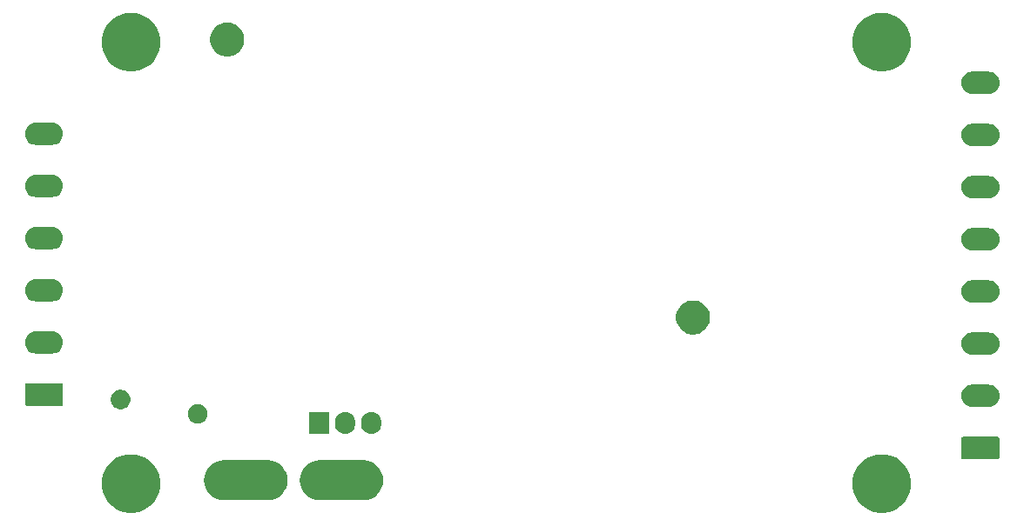
<source format=gbr>
G04 #@! TF.GenerationSoftware,KiCad,Pcbnew,5.1.6-c6e7f7d~86~ubuntu18.04.1*
G04 #@! TF.CreationDate,2020-07-04T00:52:20+02:00*
G04 #@! TF.ProjectId,PeakHoldPWMDriver,5065616b-486f-46c6-9450-574d44726976,rev?*
G04 #@! TF.SameCoordinates,Original*
G04 #@! TF.FileFunction,Soldermask,Bot*
G04 #@! TF.FilePolarity,Negative*
%FSLAX46Y46*%
G04 Gerber Fmt 4.6, Leading zero omitted, Abs format (unit mm)*
G04 Created by KiCad (PCBNEW 5.1.6-c6e7f7d~86~ubuntu18.04.1) date 2020-07-04 00:52:20*
%MOMM*%
%LPD*%
G01*
G04 APERTURE LIST*
%ADD10C,0.100000*%
G04 APERTURE END LIST*
D10*
G36*
X125778202Y-109799781D02*
G01*
X126053606Y-109854562D01*
X126572455Y-110069476D01*
X127039407Y-110381484D01*
X127436516Y-110778593D01*
X127748524Y-111245545D01*
X127963438Y-111764394D01*
X128073000Y-112315201D01*
X128073000Y-112876799D01*
X127963438Y-113427606D01*
X127748524Y-113946455D01*
X127436516Y-114413407D01*
X127039407Y-114810516D01*
X126572455Y-115122524D01*
X126053606Y-115337438D01*
X125778202Y-115392219D01*
X125502800Y-115447000D01*
X124941200Y-115447000D01*
X124665798Y-115392219D01*
X124390394Y-115337438D01*
X123871545Y-115122524D01*
X123404593Y-114810516D01*
X123007484Y-114413407D01*
X122695476Y-113946455D01*
X122480562Y-113427606D01*
X122371000Y-112876799D01*
X122371000Y-112315201D01*
X122480562Y-111764394D01*
X122695476Y-111245545D01*
X123007484Y-110778593D01*
X123404593Y-110381484D01*
X123871545Y-110069476D01*
X124390394Y-109854562D01*
X124665798Y-109799781D01*
X124941200Y-109745000D01*
X125502800Y-109745000D01*
X125778202Y-109799781D01*
G37*
G36*
X198778202Y-109799781D02*
G01*
X199053606Y-109854562D01*
X199572455Y-110069476D01*
X200039407Y-110381484D01*
X200436516Y-110778593D01*
X200748524Y-111245545D01*
X200963438Y-111764394D01*
X201073000Y-112315201D01*
X201073000Y-112876799D01*
X200963438Y-113427606D01*
X200748524Y-113946455D01*
X200436516Y-114413407D01*
X200039407Y-114810516D01*
X199572455Y-115122524D01*
X199053606Y-115337438D01*
X198778202Y-115392219D01*
X198502800Y-115447000D01*
X197941200Y-115447000D01*
X197665798Y-115392219D01*
X197390394Y-115337438D01*
X196871545Y-115122524D01*
X196404593Y-114810516D01*
X196007484Y-114413407D01*
X195695476Y-113946455D01*
X195480562Y-113427606D01*
X195371000Y-112876799D01*
X195371000Y-112315201D01*
X195480562Y-111764394D01*
X195695476Y-111245545D01*
X196007484Y-110778593D01*
X196404593Y-110381484D01*
X196871545Y-110069476D01*
X197390394Y-109854562D01*
X197665798Y-109799781D01*
X197941200Y-109745000D01*
X198502800Y-109745000D01*
X198778202Y-109799781D01*
G37*
G36*
X138880463Y-110345229D02*
G01*
X139248228Y-110456790D01*
X139587162Y-110637954D01*
X139884240Y-110881760D01*
X140128046Y-111178838D01*
X140309210Y-111517772D01*
X140420771Y-111885537D01*
X140458440Y-112268000D01*
X140420771Y-112650463D01*
X140309210Y-113018228D01*
X140128046Y-113357162D01*
X139884240Y-113654240D01*
X139587162Y-113898046D01*
X139248228Y-114079210D01*
X138880463Y-114190771D01*
X138593847Y-114219000D01*
X134202153Y-114219000D01*
X133915537Y-114190771D01*
X133547772Y-114079210D01*
X133208838Y-113898046D01*
X132911760Y-113654240D01*
X132667954Y-113357162D01*
X132486790Y-113018228D01*
X132375229Y-112650463D01*
X132337560Y-112268000D01*
X132375229Y-111885537D01*
X132486790Y-111517772D01*
X132667954Y-111178838D01*
X132911760Y-110881760D01*
X133208838Y-110637954D01*
X133547772Y-110456790D01*
X133915537Y-110345229D01*
X134202153Y-110317000D01*
X138593847Y-110317000D01*
X138880463Y-110345229D01*
G37*
G36*
X148180463Y-110345229D02*
G01*
X148548228Y-110456790D01*
X148887162Y-110637954D01*
X149184240Y-110881760D01*
X149428046Y-111178838D01*
X149609210Y-111517772D01*
X149720771Y-111885537D01*
X149758440Y-112268000D01*
X149720771Y-112650463D01*
X149609210Y-113018228D01*
X149428046Y-113357162D01*
X149184240Y-113654240D01*
X148887162Y-113898046D01*
X148548228Y-114079210D01*
X148180463Y-114190771D01*
X147893847Y-114219000D01*
X143502153Y-114219000D01*
X143215537Y-114190771D01*
X142847772Y-114079210D01*
X142508838Y-113898046D01*
X142211760Y-113654240D01*
X141967954Y-113357162D01*
X141786790Y-113018228D01*
X141675229Y-112650463D01*
X141637560Y-112268000D01*
X141675229Y-111885537D01*
X141786790Y-111517772D01*
X141967954Y-111178838D01*
X142211760Y-110881760D01*
X142508838Y-110637954D01*
X142847772Y-110456790D01*
X143215537Y-110345229D01*
X143502153Y-110317000D01*
X147893847Y-110317000D01*
X148180463Y-110345229D01*
G37*
G36*
X209534217Y-108030808D02*
G01*
X209565489Y-108040294D01*
X209594308Y-108055698D01*
X209619570Y-108076430D01*
X209640302Y-108101692D01*
X209655706Y-108130511D01*
X209665192Y-108161783D01*
X209669000Y-108200448D01*
X209669000Y-110035552D01*
X209665192Y-110074217D01*
X209655706Y-110105489D01*
X209640302Y-110134308D01*
X209619570Y-110159570D01*
X209594308Y-110180302D01*
X209565489Y-110195706D01*
X209534217Y-110205192D01*
X209495552Y-110209000D01*
X206140448Y-110209000D01*
X206101783Y-110205192D01*
X206070511Y-110195706D01*
X206041692Y-110180302D01*
X206016430Y-110159570D01*
X205995698Y-110134308D01*
X205980294Y-110105489D01*
X205970808Y-110074217D01*
X205967000Y-110035552D01*
X205967000Y-108200448D01*
X205970808Y-108161783D01*
X205980294Y-108130511D01*
X205995698Y-108101692D01*
X206016430Y-108076430D01*
X206041692Y-108055698D01*
X206070511Y-108040294D01*
X206101783Y-108030808D01*
X206140448Y-108027000D01*
X209495552Y-108027000D01*
X209534217Y-108030808D01*
G37*
G36*
X146246719Y-105643520D02*
G01*
X146434014Y-105700335D01*
X146435883Y-105700902D01*
X146528333Y-105750318D01*
X146610212Y-105794083D01*
X146763015Y-105919485D01*
X146888417Y-106072288D01*
X146981599Y-106246619D01*
X147038980Y-106435780D01*
X147053500Y-106583206D01*
X147053500Y-106776793D01*
X147038980Y-106924219D01*
X146981599Y-107113380D01*
X146981598Y-107113383D01*
X146932182Y-107205833D01*
X146888417Y-107287712D01*
X146763015Y-107440515D01*
X146610212Y-107565917D01*
X146435881Y-107659099D01*
X146246720Y-107716480D01*
X146050000Y-107735855D01*
X145853281Y-107716480D01*
X145664120Y-107659099D01*
X145489788Y-107565917D01*
X145336985Y-107440515D01*
X145211583Y-107287712D01*
X145118401Y-107113381D01*
X145061020Y-106924220D01*
X145046500Y-106776794D01*
X145046500Y-106583207D01*
X145061020Y-106435781D01*
X145118401Y-106246620D01*
X145118402Y-106246617D01*
X145167818Y-106154167D01*
X145211583Y-106072288D01*
X145336985Y-105919485D01*
X145489788Y-105794083D01*
X145664119Y-105700901D01*
X145853280Y-105643520D01*
X146050000Y-105624145D01*
X146246719Y-105643520D01*
G37*
G36*
X148786719Y-105643520D02*
G01*
X148974014Y-105700335D01*
X148975883Y-105700902D01*
X149068333Y-105750318D01*
X149150212Y-105794083D01*
X149303015Y-105919485D01*
X149428417Y-106072288D01*
X149521599Y-106246619D01*
X149578980Y-106435780D01*
X149593500Y-106583206D01*
X149593500Y-106776793D01*
X149578980Y-106924219D01*
X149521599Y-107113380D01*
X149521598Y-107113383D01*
X149472182Y-107205833D01*
X149428417Y-107287712D01*
X149303015Y-107440515D01*
X149150212Y-107565917D01*
X148975881Y-107659099D01*
X148786720Y-107716480D01*
X148590000Y-107735855D01*
X148393281Y-107716480D01*
X148204120Y-107659099D01*
X148029788Y-107565917D01*
X147876985Y-107440515D01*
X147751583Y-107287712D01*
X147658401Y-107113381D01*
X147601020Y-106924220D01*
X147586500Y-106776794D01*
X147586500Y-106583207D01*
X147601020Y-106435781D01*
X147658401Y-106246620D01*
X147658402Y-106246617D01*
X147707818Y-106154167D01*
X147751583Y-106072288D01*
X147876985Y-105919485D01*
X148029788Y-105794083D01*
X148204119Y-105700901D01*
X148393280Y-105643520D01*
X148590000Y-105624145D01*
X148786719Y-105643520D01*
G37*
G36*
X144513500Y-107731000D02*
G01*
X142506500Y-107731000D01*
X142506500Y-105629000D01*
X144513500Y-105629000D01*
X144513500Y-107731000D01*
G37*
G36*
X131983395Y-104879546D02*
G01*
X132156466Y-104951234D01*
X132196976Y-104978302D01*
X132312227Y-105055310D01*
X132444690Y-105187773D01*
X132444691Y-105187775D01*
X132548766Y-105343534D01*
X132620454Y-105516605D01*
X132657000Y-105700333D01*
X132657000Y-105887667D01*
X132620454Y-106071395D01*
X132548766Y-106244466D01*
X132497081Y-106321818D01*
X132444690Y-106400227D01*
X132312227Y-106532690D01*
X132236626Y-106583205D01*
X132156466Y-106636766D01*
X131983395Y-106708454D01*
X131799667Y-106745000D01*
X131612333Y-106745000D01*
X131428605Y-106708454D01*
X131255534Y-106636766D01*
X131175374Y-106583205D01*
X131099773Y-106532690D01*
X130967310Y-106400227D01*
X130914919Y-106321818D01*
X130863234Y-106244466D01*
X130791546Y-106071395D01*
X130755000Y-105887667D01*
X130755000Y-105700333D01*
X130791546Y-105516605D01*
X130863234Y-105343534D01*
X130967309Y-105187775D01*
X130967310Y-105187773D01*
X131099773Y-105055310D01*
X131215024Y-104978302D01*
X131255534Y-104951234D01*
X131428605Y-104879546D01*
X131612333Y-104843000D01*
X131799667Y-104843000D01*
X131983395Y-104879546D01*
G37*
G36*
X124483395Y-103479546D02*
G01*
X124656466Y-103551234D01*
X124656467Y-103551235D01*
X124812227Y-103655310D01*
X124944690Y-103787773D01*
X124944691Y-103787775D01*
X125048766Y-103943534D01*
X125120454Y-104116605D01*
X125157000Y-104300333D01*
X125157000Y-104487667D01*
X125120454Y-104671395D01*
X125048766Y-104844466D01*
X125018044Y-104890445D01*
X124944690Y-105000227D01*
X124812227Y-105132690D01*
X124733818Y-105185081D01*
X124656466Y-105236766D01*
X124483395Y-105308454D01*
X124299667Y-105345000D01*
X124112333Y-105345000D01*
X123928605Y-105308454D01*
X123755534Y-105236766D01*
X123678182Y-105185081D01*
X123599773Y-105132690D01*
X123467310Y-105000227D01*
X123393956Y-104890445D01*
X123363234Y-104844466D01*
X123291546Y-104671395D01*
X123255000Y-104487667D01*
X123255000Y-104300333D01*
X123291546Y-104116605D01*
X123363234Y-103943534D01*
X123467309Y-103787775D01*
X123467310Y-103787773D01*
X123599773Y-103655310D01*
X123755533Y-103551235D01*
X123755534Y-103551234D01*
X123928605Y-103479546D01*
X124112333Y-103443000D01*
X124299667Y-103443000D01*
X124483395Y-103479546D01*
G37*
G36*
X208791871Y-102962786D02*
G01*
X208997530Y-103025172D01*
X209187055Y-103126475D01*
X209187058Y-103126477D01*
X209187059Y-103126478D01*
X209353186Y-103262814D01*
X209489522Y-103428941D01*
X209489525Y-103428945D01*
X209590828Y-103618470D01*
X209653214Y-103824129D01*
X209674278Y-104038000D01*
X209653214Y-104251871D01*
X209590828Y-104457530D01*
X209489525Y-104647055D01*
X209489523Y-104647058D01*
X209489522Y-104647059D01*
X209353186Y-104813186D01*
X209210620Y-104930186D01*
X209187055Y-104949525D01*
X208997530Y-105050828D01*
X208791871Y-105113214D01*
X208631591Y-105129000D01*
X207004409Y-105129000D01*
X206844129Y-105113214D01*
X206638470Y-105050828D01*
X206448945Y-104949525D01*
X206425380Y-104930186D01*
X206282814Y-104813186D01*
X206146478Y-104647059D01*
X206146477Y-104647058D01*
X206146475Y-104647055D01*
X206045172Y-104457530D01*
X205982786Y-104251871D01*
X205961722Y-104038000D01*
X205982786Y-103824129D01*
X206045172Y-103618470D01*
X206146475Y-103428945D01*
X206146478Y-103428941D01*
X206282814Y-103262814D01*
X206448941Y-103126478D01*
X206448942Y-103126477D01*
X206448945Y-103126475D01*
X206638470Y-103025172D01*
X206844129Y-102962786D01*
X207004409Y-102947000D01*
X208631591Y-102947000D01*
X208791871Y-102962786D01*
G37*
G36*
X118486217Y-102828808D02*
G01*
X118517489Y-102838294D01*
X118546308Y-102853698D01*
X118571570Y-102874430D01*
X118592302Y-102899692D01*
X118607706Y-102928511D01*
X118617192Y-102959783D01*
X118621000Y-102998448D01*
X118621000Y-104833552D01*
X118617192Y-104872217D01*
X118607706Y-104903489D01*
X118592302Y-104932308D01*
X118571570Y-104957570D01*
X118546308Y-104978302D01*
X118517489Y-104993706D01*
X118486217Y-105003192D01*
X118447552Y-105007000D01*
X115092448Y-105007000D01*
X115053783Y-105003192D01*
X115022511Y-104993706D01*
X114993692Y-104978302D01*
X114968430Y-104957570D01*
X114947698Y-104932308D01*
X114932294Y-104903489D01*
X114922808Y-104872217D01*
X114919000Y-104833552D01*
X114919000Y-102998448D01*
X114922808Y-102959783D01*
X114932294Y-102928511D01*
X114947698Y-102899692D01*
X114968430Y-102874430D01*
X114993692Y-102853698D01*
X115022511Y-102838294D01*
X115053783Y-102828808D01*
X115092448Y-102825000D01*
X118447552Y-102825000D01*
X118486217Y-102828808D01*
G37*
G36*
X208791871Y-97882786D02*
G01*
X208997530Y-97945172D01*
X209187055Y-98046475D01*
X209187058Y-98046477D01*
X209187059Y-98046478D01*
X209353186Y-98182814D01*
X209489522Y-98348941D01*
X209489525Y-98348945D01*
X209590828Y-98538470D01*
X209653214Y-98744129D01*
X209674278Y-98958000D01*
X209653214Y-99171871D01*
X209590828Y-99377530D01*
X209489525Y-99567055D01*
X209489523Y-99567058D01*
X209489522Y-99567059D01*
X209353186Y-99733186D01*
X209187059Y-99869522D01*
X209187055Y-99869525D01*
X208997530Y-99970828D01*
X208791871Y-100033214D01*
X208631591Y-100049000D01*
X207004409Y-100049000D01*
X206844129Y-100033214D01*
X206638470Y-99970828D01*
X206448945Y-99869525D01*
X206448941Y-99869522D01*
X206282814Y-99733186D01*
X206146478Y-99567059D01*
X206146477Y-99567058D01*
X206146475Y-99567055D01*
X206045172Y-99377530D01*
X205982786Y-99171871D01*
X205961722Y-98958000D01*
X205982786Y-98744129D01*
X206045172Y-98538470D01*
X206146475Y-98348945D01*
X206146478Y-98348941D01*
X206282814Y-98182814D01*
X206448941Y-98046478D01*
X206448942Y-98046477D01*
X206448945Y-98046475D01*
X206638470Y-97945172D01*
X206844129Y-97882786D01*
X207004409Y-97867000D01*
X208631591Y-97867000D01*
X208791871Y-97882786D01*
G37*
G36*
X117743871Y-97760786D02*
G01*
X117949530Y-97823172D01*
X118139055Y-97924475D01*
X118139058Y-97924477D01*
X118139059Y-97924478D01*
X118305186Y-98060814D01*
X118441522Y-98226941D01*
X118441525Y-98226945D01*
X118542828Y-98416470D01*
X118605214Y-98622129D01*
X118626278Y-98836000D01*
X118605214Y-99049871D01*
X118542828Y-99255530D01*
X118441525Y-99445055D01*
X118441523Y-99445058D01*
X118441522Y-99445059D01*
X118305186Y-99611186D01*
X118139059Y-99747522D01*
X118139055Y-99747525D01*
X117949530Y-99848828D01*
X117743871Y-99911214D01*
X117583591Y-99927000D01*
X115956409Y-99927000D01*
X115796129Y-99911214D01*
X115590470Y-99848828D01*
X115400945Y-99747525D01*
X115400941Y-99747522D01*
X115234814Y-99611186D01*
X115098478Y-99445059D01*
X115098477Y-99445058D01*
X115098475Y-99445055D01*
X114997172Y-99255530D01*
X114934786Y-99049871D01*
X114913722Y-98836000D01*
X114934786Y-98622129D01*
X114997172Y-98416470D01*
X115098475Y-98226945D01*
X115098478Y-98226941D01*
X115234814Y-98060814D01*
X115400941Y-97924478D01*
X115400942Y-97924477D01*
X115400945Y-97924475D01*
X115590470Y-97823172D01*
X115796129Y-97760786D01*
X115956409Y-97745000D01*
X117583591Y-97745000D01*
X117743871Y-97760786D01*
G37*
G36*
X180242327Y-94789522D02*
G01*
X180357579Y-94812447D01*
X180658042Y-94936903D01*
X180928451Y-95117585D01*
X181158415Y-95347549D01*
X181339097Y-95617958D01*
X181463553Y-95918421D01*
X181527000Y-96237391D01*
X181527000Y-96562609D01*
X181463553Y-96881579D01*
X181339097Y-97182042D01*
X181158415Y-97452451D01*
X180928451Y-97682415D01*
X180658042Y-97863097D01*
X180658041Y-97863098D01*
X180658040Y-97863098D01*
X180610509Y-97882786D01*
X180357579Y-97987553D01*
X180251256Y-98008702D01*
X180038611Y-98051000D01*
X179713389Y-98051000D01*
X179500744Y-98008702D01*
X179394421Y-97987553D01*
X179141491Y-97882786D01*
X179093960Y-97863098D01*
X179093959Y-97863098D01*
X179093958Y-97863097D01*
X178823549Y-97682415D01*
X178593585Y-97452451D01*
X178412903Y-97182042D01*
X178288447Y-96881579D01*
X178225000Y-96562609D01*
X178225000Y-96237391D01*
X178288447Y-95918421D01*
X178412903Y-95617958D01*
X178593585Y-95347549D01*
X178823549Y-95117585D01*
X179093958Y-94936903D01*
X179394421Y-94812447D01*
X179509673Y-94789522D01*
X179713389Y-94749000D01*
X180038611Y-94749000D01*
X180242327Y-94789522D01*
G37*
G36*
X208791871Y-92802786D02*
G01*
X208997530Y-92865172D01*
X209187055Y-92966475D01*
X209187058Y-92966477D01*
X209187059Y-92966478D01*
X209353186Y-93102814D01*
X209489522Y-93268941D01*
X209489525Y-93268945D01*
X209590828Y-93458470D01*
X209653214Y-93664129D01*
X209674278Y-93878000D01*
X209653214Y-94091871D01*
X209590828Y-94297530D01*
X209489525Y-94487055D01*
X209489523Y-94487058D01*
X209489522Y-94487059D01*
X209353186Y-94653186D01*
X209187059Y-94789522D01*
X209187055Y-94789525D01*
X208997530Y-94890828D01*
X208791871Y-94953214D01*
X208631591Y-94969000D01*
X207004409Y-94969000D01*
X206844129Y-94953214D01*
X206638470Y-94890828D01*
X206448945Y-94789525D01*
X206448941Y-94789522D01*
X206282814Y-94653186D01*
X206146478Y-94487059D01*
X206146477Y-94487058D01*
X206146475Y-94487055D01*
X206045172Y-94297530D01*
X205982786Y-94091871D01*
X205961722Y-93878000D01*
X205982786Y-93664129D01*
X206045172Y-93458470D01*
X206146475Y-93268945D01*
X206146478Y-93268941D01*
X206282814Y-93102814D01*
X206448941Y-92966478D01*
X206448942Y-92966477D01*
X206448945Y-92966475D01*
X206638470Y-92865172D01*
X206844129Y-92802786D01*
X207004409Y-92787000D01*
X208631591Y-92787000D01*
X208791871Y-92802786D01*
G37*
G36*
X117743871Y-92680786D02*
G01*
X117949530Y-92743172D01*
X118139055Y-92844475D01*
X118139058Y-92844477D01*
X118139059Y-92844478D01*
X118305186Y-92980814D01*
X118441522Y-93146941D01*
X118441525Y-93146945D01*
X118542828Y-93336470D01*
X118605214Y-93542129D01*
X118626278Y-93756000D01*
X118605214Y-93969871D01*
X118542828Y-94175530D01*
X118441525Y-94365055D01*
X118441523Y-94365058D01*
X118441522Y-94365059D01*
X118305186Y-94531186D01*
X118139059Y-94667522D01*
X118139055Y-94667525D01*
X117949530Y-94768828D01*
X117743871Y-94831214D01*
X117583591Y-94847000D01*
X115956409Y-94847000D01*
X115796129Y-94831214D01*
X115590470Y-94768828D01*
X115400945Y-94667525D01*
X115400941Y-94667522D01*
X115234814Y-94531186D01*
X115098478Y-94365059D01*
X115098477Y-94365058D01*
X115098475Y-94365055D01*
X114997172Y-94175530D01*
X114934786Y-93969871D01*
X114913722Y-93756000D01*
X114934786Y-93542129D01*
X114997172Y-93336470D01*
X115098475Y-93146945D01*
X115098478Y-93146941D01*
X115234814Y-92980814D01*
X115400941Y-92844478D01*
X115400942Y-92844477D01*
X115400945Y-92844475D01*
X115590470Y-92743172D01*
X115796129Y-92680786D01*
X115956409Y-92665000D01*
X117583591Y-92665000D01*
X117743871Y-92680786D01*
G37*
G36*
X208791871Y-87722786D02*
G01*
X208997530Y-87785172D01*
X209187055Y-87886475D01*
X209187058Y-87886477D01*
X209187059Y-87886478D01*
X209353186Y-88022814D01*
X209489522Y-88188941D01*
X209489525Y-88188945D01*
X209590828Y-88378470D01*
X209653214Y-88584129D01*
X209674278Y-88798000D01*
X209653214Y-89011871D01*
X209590828Y-89217530D01*
X209489525Y-89407055D01*
X209489523Y-89407058D01*
X209489522Y-89407059D01*
X209353186Y-89573186D01*
X209187059Y-89709522D01*
X209187055Y-89709525D01*
X208997530Y-89810828D01*
X208791871Y-89873214D01*
X208631591Y-89889000D01*
X207004409Y-89889000D01*
X206844129Y-89873214D01*
X206638470Y-89810828D01*
X206448945Y-89709525D01*
X206448941Y-89709522D01*
X206282814Y-89573186D01*
X206146478Y-89407059D01*
X206146477Y-89407058D01*
X206146475Y-89407055D01*
X206045172Y-89217530D01*
X205982786Y-89011871D01*
X205961722Y-88798000D01*
X205982786Y-88584129D01*
X206045172Y-88378470D01*
X206146475Y-88188945D01*
X206146478Y-88188941D01*
X206282814Y-88022814D01*
X206448941Y-87886478D01*
X206448942Y-87886477D01*
X206448945Y-87886475D01*
X206638470Y-87785172D01*
X206844129Y-87722786D01*
X207004409Y-87707000D01*
X208631591Y-87707000D01*
X208791871Y-87722786D01*
G37*
G36*
X117743871Y-87600786D02*
G01*
X117949530Y-87663172D01*
X118139055Y-87764475D01*
X118139058Y-87764477D01*
X118139059Y-87764478D01*
X118305186Y-87900814D01*
X118441522Y-88066941D01*
X118441525Y-88066945D01*
X118542828Y-88256470D01*
X118605214Y-88462129D01*
X118626278Y-88676000D01*
X118605214Y-88889871D01*
X118542828Y-89095530D01*
X118441525Y-89285055D01*
X118441523Y-89285058D01*
X118441522Y-89285059D01*
X118305186Y-89451186D01*
X118139059Y-89587522D01*
X118139055Y-89587525D01*
X117949530Y-89688828D01*
X117743871Y-89751214D01*
X117583591Y-89767000D01*
X115956409Y-89767000D01*
X115796129Y-89751214D01*
X115590470Y-89688828D01*
X115400945Y-89587525D01*
X115400941Y-89587522D01*
X115234814Y-89451186D01*
X115098478Y-89285059D01*
X115098477Y-89285058D01*
X115098475Y-89285055D01*
X114997172Y-89095530D01*
X114934786Y-88889871D01*
X114913722Y-88676000D01*
X114934786Y-88462129D01*
X114997172Y-88256470D01*
X115098475Y-88066945D01*
X115098478Y-88066941D01*
X115234814Y-87900814D01*
X115400941Y-87764478D01*
X115400942Y-87764477D01*
X115400945Y-87764475D01*
X115590470Y-87663172D01*
X115796129Y-87600786D01*
X115956409Y-87585000D01*
X117583591Y-87585000D01*
X117743871Y-87600786D01*
G37*
G36*
X208791871Y-82642786D02*
G01*
X208997530Y-82705172D01*
X209187055Y-82806475D01*
X209187058Y-82806477D01*
X209187059Y-82806478D01*
X209353186Y-82942814D01*
X209489522Y-83108941D01*
X209489525Y-83108945D01*
X209590828Y-83298470D01*
X209653214Y-83504129D01*
X209674278Y-83718000D01*
X209653214Y-83931871D01*
X209590828Y-84137530D01*
X209489525Y-84327055D01*
X209489523Y-84327058D01*
X209489522Y-84327059D01*
X209353186Y-84493186D01*
X209187059Y-84629522D01*
X209187055Y-84629525D01*
X208997530Y-84730828D01*
X208791871Y-84793214D01*
X208631591Y-84809000D01*
X207004409Y-84809000D01*
X206844129Y-84793214D01*
X206638470Y-84730828D01*
X206448945Y-84629525D01*
X206448941Y-84629522D01*
X206282814Y-84493186D01*
X206146478Y-84327059D01*
X206146477Y-84327058D01*
X206146475Y-84327055D01*
X206045172Y-84137530D01*
X205982786Y-83931871D01*
X205961722Y-83718000D01*
X205982786Y-83504129D01*
X206045172Y-83298470D01*
X206146475Y-83108945D01*
X206146478Y-83108941D01*
X206282814Y-82942814D01*
X206448941Y-82806478D01*
X206448942Y-82806477D01*
X206448945Y-82806475D01*
X206638470Y-82705172D01*
X206844129Y-82642786D01*
X207004409Y-82627000D01*
X208631591Y-82627000D01*
X208791871Y-82642786D01*
G37*
G36*
X117743871Y-82520786D02*
G01*
X117949530Y-82583172D01*
X118139055Y-82684475D01*
X118139058Y-82684477D01*
X118139059Y-82684478D01*
X118305186Y-82820814D01*
X118441522Y-82986941D01*
X118441525Y-82986945D01*
X118542828Y-83176470D01*
X118605214Y-83382129D01*
X118626278Y-83596000D01*
X118605214Y-83809871D01*
X118542828Y-84015530D01*
X118441525Y-84205055D01*
X118441523Y-84205058D01*
X118441522Y-84205059D01*
X118305186Y-84371186D01*
X118139059Y-84507522D01*
X118139055Y-84507525D01*
X117949530Y-84608828D01*
X117743871Y-84671214D01*
X117583591Y-84687000D01*
X115956409Y-84687000D01*
X115796129Y-84671214D01*
X115590470Y-84608828D01*
X115400945Y-84507525D01*
X115400941Y-84507522D01*
X115234814Y-84371186D01*
X115098478Y-84205059D01*
X115098477Y-84205058D01*
X115098475Y-84205055D01*
X114997172Y-84015530D01*
X114934786Y-83809871D01*
X114913722Y-83596000D01*
X114934786Y-83382129D01*
X114997172Y-83176470D01*
X115098475Y-82986945D01*
X115098478Y-82986941D01*
X115234814Y-82820814D01*
X115400941Y-82684478D01*
X115400942Y-82684477D01*
X115400945Y-82684475D01*
X115590470Y-82583172D01*
X115796129Y-82520786D01*
X115956409Y-82505000D01*
X117583591Y-82505000D01*
X117743871Y-82520786D01*
G37*
G36*
X208791871Y-77562786D02*
G01*
X208997530Y-77625172D01*
X209187055Y-77726475D01*
X209187058Y-77726477D01*
X209187059Y-77726478D01*
X209353186Y-77862814D01*
X209489522Y-78028941D01*
X209489525Y-78028945D01*
X209590828Y-78218470D01*
X209653214Y-78424129D01*
X209674278Y-78638000D01*
X209653214Y-78851871D01*
X209590828Y-79057530D01*
X209489525Y-79247055D01*
X209489523Y-79247058D01*
X209489522Y-79247059D01*
X209353186Y-79413186D01*
X209187059Y-79549522D01*
X209187055Y-79549525D01*
X208997530Y-79650828D01*
X208791871Y-79713214D01*
X208631591Y-79729000D01*
X207004409Y-79729000D01*
X206844129Y-79713214D01*
X206638470Y-79650828D01*
X206448945Y-79549525D01*
X206448941Y-79549522D01*
X206282814Y-79413186D01*
X206146478Y-79247059D01*
X206146477Y-79247058D01*
X206146475Y-79247055D01*
X206045172Y-79057530D01*
X205982786Y-78851871D01*
X205961722Y-78638000D01*
X205982786Y-78424129D01*
X206045172Y-78218470D01*
X206146475Y-78028945D01*
X206146478Y-78028941D01*
X206282814Y-77862814D01*
X206448941Y-77726478D01*
X206448942Y-77726477D01*
X206448945Y-77726475D01*
X206638470Y-77625172D01*
X206844129Y-77562786D01*
X207004409Y-77547000D01*
X208631591Y-77547000D01*
X208791871Y-77562786D01*
G37*
G36*
X117743871Y-77440786D02*
G01*
X117949530Y-77503172D01*
X118139055Y-77604475D01*
X118139058Y-77604477D01*
X118139059Y-77604478D01*
X118305186Y-77740814D01*
X118441522Y-77906941D01*
X118441525Y-77906945D01*
X118542828Y-78096470D01*
X118605214Y-78302129D01*
X118626278Y-78516000D01*
X118605214Y-78729871D01*
X118542828Y-78935530D01*
X118441525Y-79125055D01*
X118441523Y-79125058D01*
X118441522Y-79125059D01*
X118305186Y-79291186D01*
X118139059Y-79427522D01*
X118139055Y-79427525D01*
X117949530Y-79528828D01*
X117743871Y-79591214D01*
X117583591Y-79607000D01*
X115956409Y-79607000D01*
X115796129Y-79591214D01*
X115590470Y-79528828D01*
X115400945Y-79427525D01*
X115400941Y-79427522D01*
X115234814Y-79291186D01*
X115098478Y-79125059D01*
X115098477Y-79125058D01*
X115098475Y-79125055D01*
X114997172Y-78935530D01*
X114934786Y-78729871D01*
X114913722Y-78516000D01*
X114934786Y-78302129D01*
X114997172Y-78096470D01*
X115098475Y-77906945D01*
X115098478Y-77906941D01*
X115234814Y-77740814D01*
X115400941Y-77604478D01*
X115400942Y-77604477D01*
X115400945Y-77604475D01*
X115590470Y-77503172D01*
X115796129Y-77440786D01*
X115956409Y-77425000D01*
X117583591Y-77425000D01*
X117743871Y-77440786D01*
G37*
G36*
X208791871Y-72482786D02*
G01*
X208997530Y-72545172D01*
X209187055Y-72646475D01*
X209187058Y-72646477D01*
X209187059Y-72646478D01*
X209353186Y-72782814D01*
X209489522Y-72948941D01*
X209489525Y-72948945D01*
X209590828Y-73138470D01*
X209653214Y-73344129D01*
X209674278Y-73558000D01*
X209653214Y-73771871D01*
X209590828Y-73977530D01*
X209489525Y-74167055D01*
X209489523Y-74167058D01*
X209489522Y-74167059D01*
X209353186Y-74333186D01*
X209187059Y-74469522D01*
X209187055Y-74469525D01*
X208997530Y-74570828D01*
X208791871Y-74633214D01*
X208631591Y-74649000D01*
X207004409Y-74649000D01*
X206844129Y-74633214D01*
X206638470Y-74570828D01*
X206448945Y-74469525D01*
X206448941Y-74469522D01*
X206282814Y-74333186D01*
X206146478Y-74167059D01*
X206146477Y-74167058D01*
X206146475Y-74167055D01*
X206045172Y-73977530D01*
X205982786Y-73771871D01*
X205961722Y-73558000D01*
X205982786Y-73344129D01*
X206045172Y-73138470D01*
X206146475Y-72948945D01*
X206146478Y-72948941D01*
X206282814Y-72782814D01*
X206448941Y-72646478D01*
X206448942Y-72646477D01*
X206448945Y-72646475D01*
X206638470Y-72545172D01*
X206844129Y-72482786D01*
X207004409Y-72467000D01*
X208631591Y-72467000D01*
X208791871Y-72482786D01*
G37*
G36*
X198778202Y-66799781D02*
G01*
X199053606Y-66854562D01*
X199572455Y-67069476D01*
X200039407Y-67381484D01*
X200436516Y-67778593D01*
X200748524Y-68245545D01*
X200963438Y-68764394D01*
X201073000Y-69315201D01*
X201073000Y-69876799D01*
X200963438Y-70427606D01*
X200748524Y-70946455D01*
X200436516Y-71413407D01*
X200039407Y-71810516D01*
X199572455Y-72122524D01*
X199053606Y-72337438D01*
X198778202Y-72392219D01*
X198502800Y-72447000D01*
X197941200Y-72447000D01*
X197665798Y-72392219D01*
X197390394Y-72337438D01*
X196871545Y-72122524D01*
X196404593Y-71810516D01*
X196007484Y-71413407D01*
X195695476Y-70946455D01*
X195480562Y-70427606D01*
X195371000Y-69876799D01*
X195371000Y-69315201D01*
X195480562Y-68764394D01*
X195695476Y-68245545D01*
X196007484Y-67778593D01*
X196404593Y-67381484D01*
X196871545Y-67069476D01*
X197390394Y-66854562D01*
X197665798Y-66799781D01*
X197941200Y-66745000D01*
X198502800Y-66745000D01*
X198778202Y-66799781D01*
G37*
G36*
X125778202Y-66799781D02*
G01*
X126053606Y-66854562D01*
X126572455Y-67069476D01*
X127039407Y-67381484D01*
X127436516Y-67778593D01*
X127748524Y-68245545D01*
X127963438Y-68764394D01*
X128073000Y-69315201D01*
X128073000Y-69876799D01*
X127963438Y-70427606D01*
X127748524Y-70946455D01*
X127436516Y-71413407D01*
X127039407Y-71810516D01*
X126572455Y-72122524D01*
X126053606Y-72337438D01*
X125778202Y-72392219D01*
X125502800Y-72447000D01*
X124941200Y-72447000D01*
X124665798Y-72392219D01*
X124390394Y-72337438D01*
X123871545Y-72122524D01*
X123404593Y-71810516D01*
X123007484Y-71413407D01*
X122695476Y-70946455D01*
X122480562Y-70427606D01*
X122371000Y-69876799D01*
X122371000Y-69315201D01*
X122480562Y-68764394D01*
X122695476Y-68245545D01*
X123007484Y-67778593D01*
X123404593Y-67381484D01*
X123871545Y-67069476D01*
X124390394Y-66854562D01*
X124665798Y-66799781D01*
X124941200Y-66745000D01*
X125502800Y-66745000D01*
X125778202Y-66799781D01*
G37*
G36*
X134951256Y-67733298D02*
G01*
X135057579Y-67754447D01*
X135358042Y-67878903D01*
X135628451Y-68059585D01*
X135858415Y-68289549D01*
X136039097Y-68559958D01*
X136163553Y-68860421D01*
X136227000Y-69179391D01*
X136227000Y-69504609D01*
X136163553Y-69823579D01*
X136039097Y-70124042D01*
X135858415Y-70394451D01*
X135628451Y-70624415D01*
X135358042Y-70805097D01*
X135057579Y-70929553D01*
X134972617Y-70946453D01*
X134738611Y-70993000D01*
X134413389Y-70993000D01*
X134179383Y-70946453D01*
X134094421Y-70929553D01*
X133793958Y-70805097D01*
X133523549Y-70624415D01*
X133293585Y-70394451D01*
X133112903Y-70124042D01*
X132988447Y-69823579D01*
X132925000Y-69504609D01*
X132925000Y-69179391D01*
X132988447Y-68860421D01*
X133112903Y-68559958D01*
X133293585Y-68289549D01*
X133523549Y-68059585D01*
X133793958Y-67878903D01*
X134094421Y-67754447D01*
X134200744Y-67733298D01*
X134413389Y-67691000D01*
X134738611Y-67691000D01*
X134951256Y-67733298D01*
G37*
M02*

</source>
